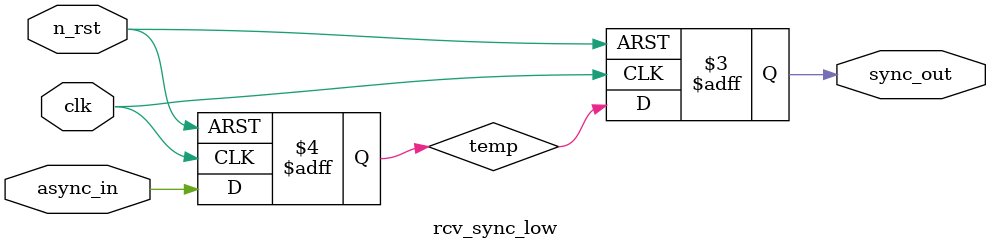
<source format=sv>
module rcv_sync_low(
    input logic clk,
    input logic n_rst,
    input logic async_in,
    output logic sync_out
);
    logic temp;
    always_ff @ (posedge clk, negedge n_rst) begin 
        if (n_rst == 1'b0) begin
            temp <= '0;
            sync_out <= '0;
        end
        else begin
            temp <= async_in;
            sync_out <= temp;
        end
    end

endmodule
</source>
